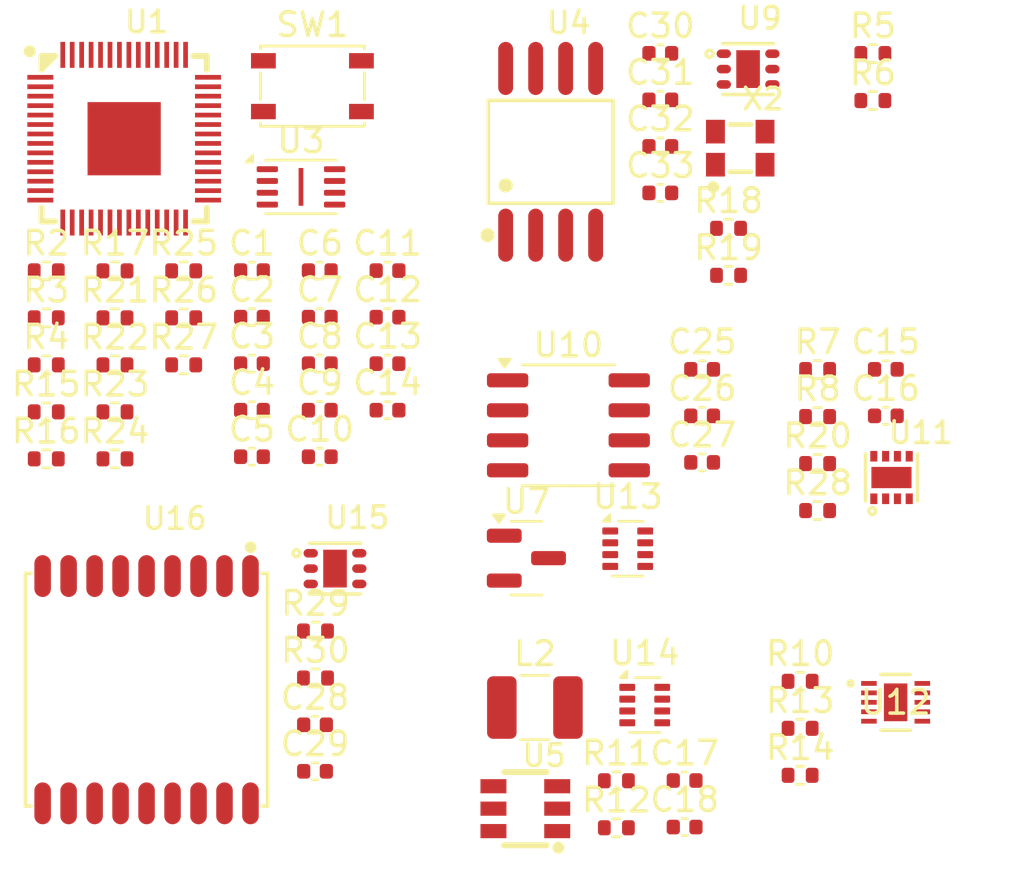
<source format=kicad_pcb>
(kicad_pcb (version 20241229) (generator "pcbnew") (generator_version "9.0")
  (layers (0 "F.Cu" signal "TopLayer") (2 "B.Cu" signal "BottomLayer") (13 "F.Paste" user "TopPasteMaskLayer") (15 "B.Paste" user "BottomPasteMaskLayer") (5 "F.SilkS" user "TopSilkLayer") (7 "B.SilkS" user "BottomSilkLayer") (1 "F.Mask" user "TopSolderMaskLayer") (3 "B.Mask" user "BottomSolderMaskLayer") (25 "Edge.Cuts" user "BoardOutLine"))
  (net 0 "")
  (net 1 "+V_BOOST")
  (net 2 "Net-(U5-EN)")
  (net 3 "Net-(U5-SW)")
  (net 4 "Net-(U12-ILIM{slash}VSET)")
  (net 5 "Net-(U5-FB)")
  (net 6 "Net-(U12-ISET)")
  (net 7 "Net-(C1-Pad2)")
  (net 8 "GND")
  (net 9 "Net-(U1-XIN)")
  (net 10 "Net-(U1-XOUT)")
  (net 11 "Net-(U6-CC2)")
  (net 12 "Net-(R6-Pad2)")
  (net 13 "Net-(U6-CC1)")
  (net 14 "+3.3V")
  (net 15 "+1V1")
  (net 16 "+V_SYS")
  (net 17 "Net-(U11-FB)")
  (net 20 "Net-(U10-VCAP)")
  (net 21 "Net-(D2-A)")
  (net 22 "USB_VBUS")
  (net 23 "Net-(U9-ILIM)")
  (net 25 "+3.3V_GNSS")
  (net 26 "/wspr transmitter/3V3_WSPR_EN#")
  (net 28 "Net-(R23-Pad1)")
  (net 29 "+3.3V_WSPR")
  (net 30 "Net-(U11-LX)")
  (net 32 "Net-(U12-TS{slash}MR)")
  (net 33 "V_BAT")
  (net 34 "Net-(U10-VDD)")
  (net 35 "Net-(U7-VI)")
  (net 37 "/jetboard_gnss/GNSS_3V3_EN#")
  (net 38 "Net-(U15-ILIM)")
  (net 39 "Net-(U4-XA)")
  (net 40 "/wspr transmitter/SDA")
  (net 42 "/wspr transmitter/SCL")
  (net 48 "/jetboard_gnss/GNSS_ANT")
  (net 49 "/jetboard_gnss/GNSS_VBAT")
  (net 51 "/jetboard_gnss/GNSS_RESET#")
  (net 56 "/jetboard_gnss/GNSS_UART_RX")
  (net 59 "/rp2040/PI_USB_DP")
  (net 60 "/rp2040/USB_DP")
  (net 61 "/rp2040/USB_DM")
  (net 62 "/rp2040/PI_USB_DM")
  (net 63 "/battery/CHARGE_EN#")
  (net 64 "/rp2040/GPIO_25")
  (net 65 "/rp2040/GPIO_29")
  (net 66 "/3V3 Buck/3V3_DCDC_EN")
  (net 67 "/rp2040/STM8_SDA")
  (net 68 "/rp2040/STM8_SCL")
  (net 69 "/rp2040/QSPI_SS")
  (net 70 "/rp2040/GPIO_26")
  (net 71 "/rp2040/SI5351_SDA")
  (net 72 "/rp2040/SI5351_SCL")
  (net 73 "/3V3 Buck/PI_RUN")
  (net 74 "/rp2040/GPIO_11")
  (net 75 "/rp2040/GPIO_20")
  (net 76 "/rp2040/GNSS_UART_TX")
  (net 77 "/rp2040/GPIO_1")
  (net 78 "/rp2040/GPIO_0")
  (net 79 "/rp2040/3V3_WSPR_EN#")
  (net 80 "/rp2040/GPIO_21")
  (net 81 "/rp2040/GPIO_17")
  (net 82 "/rp2040/3V3_GNSS_EN#")
  (net 83 "/rp2040/GPIO_10")
  (net 84 "/rp2040/GPIO_18")
  (net 85 "/rp2040/QSPI_CLK")
  (net 86 "/rp2040/GPIO_16")
  (net 87 "/rp2040/GPIO_27")
  (net 88 "/rp2040/GPIO_7")
  (net 89 "/rp2040/GPIO_12")
  (net 90 "/rp2040/GPIO_23")
  (net 91 "/rp2040/QSPI_SD1")
  (net 92 "/rp2040/GNSS_UART_RX")
  (net 93 "/rp2040/GPIO_3")
  (net 94 "/rp2040/GPIO_6")
  (net 95 "/rp2040/QSPI_SD3")
  (net 96 "/rp2040/GPIO_19")
  (net 97 "/rp2040/GPIO_22")
  (net 98 "/rp2040/STM8_SWIM")
  (net 99 "/rp2040/QSPI_SD0")
  (net 100 "/rp2040/GPIO_24")
  (net 101 "/rp2040/QSPI_SD2")
  (net 102 "/rp2040/PI_RUN")
  (net 103 "/alarm clock/STM8_SDA")
  (net 104 "/alarm clock/STM8_SCL")
  (net 105 "/alarm clock/STM8_SWIM")
  (net 106 "/alarm clock/3V3_DCDC_EN#")
  (net 107 "/jetboard_gnss/GNSS_1PPS")
  (net 108 "/jetboard_gnss/GNSS_UART_TX")
  (footprint "Capacitor_SMD:C_0402_1005Metric" (layer "F.Cu") (at 166.35555 103.8306)
    (property "Reference" "C14" (at 0 -1.16 0) (layer "F.SilkS"))
    (property "Value" "1uF")
    (pad "1" smd roundrect (at -0.48 0) (size 0.56 0.62) (layers "F.Cu" "F.Mask" "F.Paste") (net 8 "GND"))
    (pad "2" smd roundrect (at 0.48 0) (size 0.56 0.62) (layers "F.Cu" "F.Mask" "F.Paste") (net 8 "GND"))
  )
  (footprint "Resistor_SMD:R_0402_1005Metric" (layer "F.Cu") (at 186.90555 90.7206)
    (property "Reference" "R6" (at 0 -1.17 0) (layer "F.SilkS"))
    (property "Value" "5.1k")
    (pad "1" smd roundrect (at -0.51 0) (size 0.54 0.64) (layers "F.Cu" "F.Mask" "F.Paste") (net 13 "Net-(U6-CC1)"))
    (pad "2" smd roundrect (at 0.51 0) (size 0.54 0.64) (layers "F.Cu" "F.Mask" "F.Paste") (net 12 "Net-(R6-Pad2)"))
  )
  (footprint "Resistor_SMD:R_0402_1005Metric" (layer "F.Cu") (at 163.30555 115.1706)
    (property "Reference" "R30" (at 0 -1.17 0) (layer "F.SilkS"))
    (property "Value" "NS")
    (pad "1" smd roundrect (at -0.51 0) (size 0.54 0.64) (layers "F.Cu" "F.Mask" "F.Paste") (net 38 "Net-(U15-ILIM)"))
    (pad "2" smd roundrect (at 0.51 0) (size 0.54 0.64) (layers "F.Cu" "F.Mask" "F.Paste") (net 14 "+3.3V"))
  )
  (footprint "Resistor_SMD:R_0402_1005Metric" (layer "F.Cu") (at 151.90555 105.8906)
    (property "Reference" "R16" (at 0 -1.17 0) (layer "F.SilkS"))
    (property "Value" "100k")
    (pad "1" smd roundrect (at -0.51 0) (size 0.54 0.64) (layers "F.Cu" "F.Mask" "F.Paste") (net 8 "GND"))
    (pad "2" smd roundrect (at 0.51 0) (size 0.54 0.64) (layers "F.Cu" "F.Mask" "F.Paste") (net 65 "/rp2040/GPIO_29"))
  )
  (footprint "Capacitor_SMD:C_0402_1005Metric" (layer "F.Cu") (at 160.61555 103.8306)
    (property "Reference" "C4" (at 0 -1.16 0) (layer "F.SilkS"))
    (property "Value" "100nF")
    (pad "1" smd roundrect (at -0.48 0) (size 0.56 0.62) (layers "F.Cu" "F.Mask" "F.Paste") (net 14 "+3.3V"))
    (pad "2" smd roundrect (at 0.48 0) (size 0.56 0.62) (layers "F.Cu" "F.Mask" "F.Paste") (net 8 "GND"))
  )
  (footprint "Resistor_SMD:R_0402_1005Metric" (layer "F.Cu") (at 157.72555 101.9106)
    (property "Reference" "R27" (at 0 -1.17 0) (layer "F.SilkS"))
    (property "Value" "100k")
    (pad "1" smd roundrect (at -0.51 0) (size 0.54 0.64) (layers "F.Cu" "F.Mask" "F.Paste") (net 8 "GND"))
    (pad "2" smd roundrect (at 0.51 0) (size 0.54 0.64) (layers "F.Cu" "F.Mask" "F.Paste") (net 70 "/rp2040/GPIO_26"))
  )
  (footprint "Capacitor_SMD:C_0402_1005Metric" (layer "F.Cu") (at 163.28555 117.1506)
    (property "Reference" "C28" (at 0 -1.16 0) (layer "F.SilkS"))
    (property "Value" "1uF")
    (pad "1" smd roundrect (at -0.48 0) (size 0.56 0.62) (layers "F.Cu" "F.Mask" "F.Paste") (net 25 "+3.3V_GNSS"))
    (pad "2" smd roundrect (at 0.48 0) (size 0.56 0.62) (layers "F.Cu" "F.Mask" "F.Paste") (net 8 "GND"))
  )
  (footprint "Capacitor_SMD:C_0402_1005Metric" (layer "F.Cu") (at 160.61555 101.8606)
    (property "Reference" "C3" (at 0 -1.16 0) (layer "F.SilkS"))
    (property "Value" "100nF")
    (pad "1" smd roundrect (at -0.48 0) (size 0.56 0.62) (layers "F.Cu" "F.Mask" "F.Paste") (net 14 "+3.3V"))
    (pad "2" smd roundrect (at 0.48 0) (size 0.56 0.62) (layers "F.Cu" "F.Mask" "F.Paste") (net 8 "GND"))
  )
  (footprint "Resistor_SMD:R_0402_1005Metric" (layer "F.Cu") (at 154.81555 99.9206)
    (property "Reference" "R21" (at 0 -1.17 0) (layer "F.SilkS"))
    (property "Value" "5.1k")
    (pad "1" smd roundrect (at -0.51 0) (size 0.54 0.64) (layers "F.Cu" "F.Mask" "F.Paste") (net 67 "/rp2040/STM8_SDA"))
    (pad "2" smd roundrect (at 0.51 0) (size 0.54 0.64) (layers "F.Cu" "F.Mask" "F.Paste") (net 14 "+3.3V"))
  )
  (footprint "Capacitor_SMD:C_0402_1005Metric" (layer "F.Cu") (at 166.35555 97.9206)
    (property "Reference" "C11" (at 0 -1.16 0) (layer "F.SilkS"))
    (property "Value" "100nF")
    (pad "1" smd roundrect (at -0.48 0) (size 0.56 0.62) (layers "F.Cu" "F.Mask" "F.Paste") (net 15 "+1V1"))
    (pad "2" smd roundrect (at 0.48 0) (size 0.56 0.62) (layers "F.Cu" "F.Mask" "F.Paste") (net 8 "GND"))
  )
  (footprint "JetBoard:OSC-SMD_4P-L2.5-W2.0-BL_X1G0042110003" (layer "F.Cu") (at 181.29045 92.7356)
    (property "Reference" "X2" (at -0.007 -2.6149 0) (layer "F.SilkS") (effects (font (size 0.9144 0.9144) (thickness 0.1524)) (justify left top)))
    (property "Value" "X1G0042110003_C3013793" (hide yes))
    (pad "1" smd rect (at -1.0499 0.7) (size 0.8 1) (layers "F.Cu" "F.Mask" "F.Paste"))
    (pad "2" smd rect (at 1.0499 0.7) (size 0.8 1) (layers "F.Cu" "F.Mask" "F.Paste") (net 8 "GND"))
    (pad "3" smd rect (at 1.0499 -0.7) (size 0.8 1) (layers "F.Cu" "F.Mask" "F.Paste") (net 39 "Net-(U4-XA)"))
    (pad "4" smd rect (at -1.0499 -0.7) (size 0.8 1) (layers "F.Cu" "F.Mask" "F.Paste") (net 29 "+3.3V_WSPR"))
  )
  (footprint "Capacitor_SMD:C_0402_1005Metric" (layer "F.Cu") (at 177.90555 94.6306)
    (property "Reference" "C33" (at 0 -1.16 0) (layer "F.SilkS"))
    (property "Value" "1uF")
    (pad "1" smd roundrect (at -0.48 0) (size 0.56 0.62) (layers "F.Cu" "F.Mask" "F.Paste") (net 29 "+3.3V_WSPR"))
    (pad "2" smd roundrect (at 0.48 0) (size 0.56 0.62) (layers "F.Cu" "F.Mask" "F.Paste") (net 8 "GND"))
  )
  (footprint "Resistor_SMD:R_0402_1005Metric" (layer "F.Cu") (at 176.04555 121.5106)
    (property "Reference" "R12" (at 0 -1.17 0) (layer "F.SilkS"))
    (property "Value" "78k")
    (pad "1" smd roundrect (at -0.51 0) (size 0.54 0.64) (layers "F.Cu" "F.Mask" "F.Paste") (net 5 "Net-(U5-FB)"))
    (pad "2" smd roundrect (at 0.51 0) (size 0.54 0.64) (layers "F.Cu" "F.Mask" "F.Paste") (net 1 "+V_BOOST"))
  )
  (footprint "Resistor_SMD:R_0402_1005Metric" (layer "F.Cu") (at 154.81555 101.9106)
    (property "Reference" "R22" (at 0 -1.17 0) (layer "F.SilkS"))
    (property "Value" "5.1k")
    (pad "1" smd roundrect (at -0.51 0) (size 0.54 0.64) (layers "F.Cu" "F.Mask" "F.Paste") (net 68 "/rp2040/STM8_SCL"))
    (pad "2" smd roundrect (at 0.51 0) (size 0.54 0.64) (layers "F.Cu" "F.Mask" "F.Paste") (net 14 "+3.3V"))
  )
  (footprint "Capacitor_SMD:C_0402_1005Metric" (layer "F.Cu") (at 179.67555 104.0706)
    (property "Reference" "C26" (at 0 -1.16 0) (layer "F.SilkS"))
    (property "Value" "100nF")
    (pad "1" smd roundrect (at -0.48 0) (size 0.56 0.62) (layers "F.Cu" "F.Mask" "F.Paste") (net 20 "Net-(U10-VCAP)"))
    (pad "2" smd roundrect (at 0.48 0) (size 0.56 0.62) (layers "F.Cu" "F.Mask" "F.Paste") (net 8 "GND"))
  )
  (footprint "Resistor_SMD:R_0402_1005Metric" (layer "F.Cu") (at 157.72555 99.9206)
    (property "Reference" "R26" (at 0 -1.17 0) (layer "F.SilkS"))
    (property "Value" "5.1k")
    (pad "1" smd roundrect (at -0.51 0) (size 0.54 0.64) (layers "F.Cu" "F.Mask" "F.Paste") (net 72 "/rp2040/SI5351_SCL"))
    (pad "2" smd roundrect (at 0.51 0) (size 0.54 0.64) (layers "F.Cu" "F.Mask" "F.Paste") (net 14 "+3.3V"))
  )
  (footprint "JetBoard:SOT-23-6_L2.9-W1.6-P0.95-LS2.8-BR" (layer "F.Cu") (at 172.19055 120.7025)
    (property "Reference" "U5" (at -0.2162 -2.7816 0) (layer "F.SilkS") (effects (font (size 0.9144 0.9144) (thickness 0.1524)) (justify left top)))
    (property "Value" "TLV61070ADBVR" (hide yes))
    (pad "1" smd rect (at 1.35 0.95) (size 1.1 0.6) (layers "F.Cu" "F.Mask" "F.Paste") (net 3 "Net-(U5-SW)"))
    (pad "2" smd rect (at 1.35 0) (size 1.1 0.6) (layers "F.Cu" "F.Mask" "F.Paste") (net 8 "GND"))
    (pad "3" smd rect (at 1.35 -0.95) (size 1.1 0.6) (layers "F.Cu" "F.Mask" "F.Paste") (net 2 "Net-(U5-EN)"))
    (pad "4" smd rect (at -1.35 -0.95) (size 1.1 0.6) (layers "F.Cu" "F.Mask" "F.Paste") (net 5 "Net-(U5-FB)"))
    (pad "5" smd rect (at -1.35 0) (size 1.1 0.6) (layers "F.Cu" "F.Mask" "F.Paste") (net 1 "+V_BOOST"))
    (pad "6" smd rect (at -1.35 0.95) (size 1.1 0.6) (layers "F.Cu" "F.Mask" "F.Paste") (net 2 "Net-(U5-EN)"))
  )
  (footprint "Package_TO_SOT_SMD:SOT-583-8" (layer "F.Cu") (at 176.52555 109.6956)
    (property "Reference" "U13" (at 0 -2.2 0) (layer "F.SilkS"))
    (property "Value" "TPS2116DRL")
    (pad "1" smd roundrect (at -0.74 -0.75) (size 0.67 0.3) (layers "F.Cu" "F.Mask" "F.Paste") (roundrect_rratio 0.1666666667) (net 8 "GND"))
    (pad "2" smd roundrect (at -0.74 -0.25) (size 0.67 0.3) (layers "F.Cu" "F.Mask" "F.Paste") (roundrect_rratio 0.1666666667) (net 35 "Net-(U7-VI)"))
    (pad "3" smd roundrect (at -0.74 0.25) (size 0.67 0.3) (layers "F.Cu" "F.Mask" "F.Paste") (roundrect_rratio 0.1666666667) (net 22 "USB_VBUS"))
    (pad "4" smd roundrect (at -0.74 0.75) (size 0.67 0.3) (layers "F.Cu" "F.Mask" "F.Paste") (roundrect_rratio 0.1666666667) (net 8 "GND"))
    (pad "5" smd roundrect (at 0.74 0.75) (size 0.67 0.3) (layers "F.Cu" "F.Mask" "F.Paste") (roundrect_rratio 0.1666666667) (net 8 "GND"))
    (pad "6" smd roundrect (at 0.74 0.25) (size 0.67 0.3) (layers "F.Cu" "F.Mask" "F.Paste") (roundrect_rratio 0.1666666667) (net 33 "V_BAT"))
    (pad "7" smd roundrect (at 0.74 -0.25) (size 0.67 0.3) (layers "F.Cu" "F.Mask" "F.Paste") (roundrect_rratio 0.1666666667) (net 35 "Net-(U7-VI)"))
    (pad "8" smd roundrect (at 0.74 -0.75) (size 0.67 0.3) (layers "F.Cu" "F.Mask" "F.Paste") (roundrect_rratio 0.1666666667))
  )
  (footprint "JetBoard:LQFN-56_L7.0-W7.0-P0.4-EP" (layer "F.Cu") (at 155.20455 92.3356)
    (property "Reference" "U1" (at -0.064 -5.4845 0) (layer "F.SilkS") (effects (font (size 0.9144 0.9144) (thickness 0.1524)) (justify left top)))
    (property "Value" "RP2040" (hide yes))
    (pad "1" smd rect (at -3.5502 -2.6001) (size 1.1 0.2) (layers "F.Cu" "F.Mask" "F.Paste") (net 14 "+3.3V"))
    (pad "2" smd rect (at -3.5502 -2.2) (size 1.1 0.2) (layers "F.Cu" "F.Mask" "F.Paste") (net 78 "/rp2040/GPIO_0"))
    (pad "3" smd rect (at -3.5502 -1.8) (size 1.1 0.2) (layers "F.Cu" "F.Mask" "F.Paste") (net 77 "/rp2040/GPIO_1"))
    (pad "4" smd rect (at -3.5502 -1.3999) (size 1.1 0.2) (layers "F.Cu" "F.Mask" "F.Paste") (net 82 "/rp2040/3V3_GNSS_EN#"))
    (pad "5" smd rect (at -3.5502 -1.0001) (size 1.1 0.2) (layers "F.Cu" "F.Mask" "F.Paste") (net 93 "/rp2040/GPIO_3"))
    (pad "6" smd rect (at -3.5502 -0.6001) (size 1.1 0.2) (layers "F.Cu" "F.Mask" "F.Paste") (net 71 "/rp2040/SI5351_SDA"))
    (pad "7" smd rect (at -3.5502 -0.2) (size 1.1 0.2) (layers "F.Cu" "F.Mask" "F.Paste") (net 72 "/rp2040/SI5351_SCL"))
    (pad "8" smd rect (at -3.5502 0.2) (size 1.1 0.2) (layers "F.Cu" "F.Mask" "F.Paste") (net 94 "/rp2040/GPIO_6"))
    (pad "9" smd rect (at -3.5502 0.6001) (size 1.1 0.2) (layers "F.Cu" "F.Mask" "F.Paste") (net 88 "/rp2040/GPIO_7"))
    (pad "10" smd rect (at -3.5502 0.9999) (size 1.1 0.2) (layers "F.Cu" "F.Mask" "F.Paste") (net 14 "+3.3V"))
    (pad "11" smd rect (at -3.5502 1.3999) (size 1.1 0.2) (layers "F.Cu" "F.Mask" "F.Paste") (net 92 "/rp2040/GNSS_UART_RX"))
    (pad "12" smd rect (at -3.5502 1.8) (size 1.1 0.2) (layers "F.Cu" "F.Mask" "F.Paste") (net 76 "/rp2040/GNSS_UART_TX"))
    (pad "13" smd rect (at -3.5502 2.2) (size 1.1 0.2) (layers "F.Cu" "F.Mask" "F.Paste") (net 83 "/rp2040/GPIO_10"))
    (pad "14" smd rect (at -3.5502 2.6001) (size 1.1 0.2) (layers "F.Cu" "F.Mask" "F.Paste") (net 74 "/rp2040/GPIO_11"))
    (pad "15" smd rect (at -2.5999 3.55 90) (size 1.1 0.2) (layers "F.Cu" "F.Mask" "F.Paste") (net 89 "/rp2040/GPIO_12"))
    (pad "16" smd rect (at -2.2001 3.55 90) (size 1.1 0.2) (layers "F.Cu" "F.Mask" "F.Paste") (net 98 "/rp2040/STM8_SWIM"))
    (pad "17" smd rect (at -1.8001 3.55 90) (size 1.1 0.2) (layers "F.Cu" "F.Mask" "F.Paste") (net 67 "/rp2040/STM8_SDA"))
    (pad "18" smd rect (at -1.4 3.55 90) (size 1.1 0.2) (layers "F.Cu" "F.Mask" "F.Paste") (net 68 "/rp2040/STM8_SCL"))
    (pad "19" smd rect (at -1 3.55 90) (size 1.1 0.2) (layers "F.Cu" "F.Mask" "F.Paste") (net 8 "GND"))
    (pad "20" smd rect (at -0.5999 3.55 90) (size 1.1 0.2) (layers "F.Cu" "F.Mask" "F.Paste") (net 9 "Net-(U1-XIN)"))
    (pad "21" smd rect (at -0.2002 3.55 90) (size 1.1 0.2) (layers "F.Cu" "F.Mask" "F.Paste") (net 10 "Net-(U1-XOUT)"))
    (pad "22" smd rect (at 0.1999 3.55 90) (size 1.1 0.2) (layers "F.Cu" "F.Mask" "F.Paste") (net 14 "+3.3V"))
    (pad "23" smd rect (at 0.5999 3.55 90) (size 1.1 0.2) (layers "F.Cu" "F.Mask" "F.Paste") (net 15 "+1V1"))
    (pad "24" smd rect (at 1 3.55 90) (size 1.1 0.2) (layers "F.Cu" "F.Mask" "F.Paste"))
    (pad "25" smd rect (at 1.4 3.55 90) (size 1.1 0.2) (layers "F.Cu" "F.Mask" "F.Paste"))
    (pad "26" smd rect (at 1.7998 3.55 90) (size 1.1 0.2) (layers "F.Cu" "F.Mask" "F.Paste") (net 102 "/rp2040/PI_RUN"))
    (pad "27" smd rect (at 2.1999 3.55 90) (size 1.1 0.2) (layers "F.Cu" "F.Mask" "F.Paste") (net 86 "/rp2040/GPIO_16"))
    (pad "28" smd rect (at 2.5999 3.55 90) (size 1.1 0.2) (layers "F.Cu" "F.Mask" "F.Paste") (net 81 "/rp2040/GPIO_17"))
    (pad "29" smd rect (at 3.5502 2.6001 180) (size 1.1 0.2) (layers "F.Cu" "F.Mask" "F.Paste") (net 84 "/rp2040/GPIO_18"))
    (pad "30" smd rect (at 3.5502 2.2 180) (size 1.1 0.2) (layers "F.Cu" "F.Mask" "F.Paste") (net 96 "/rp2040/GPIO_19"))
    (pad "31" smd rect (at 3.5502 1.8 180) (size 1.1 0.2) (layers "F.Cu" "F.Mask" "F.Paste") (net 75 "/rp2040/GPIO_20"))
    (pad "32" smd rect (at 3.5502 1.3999 180) (size 1.1 0.2) (layers "F.Cu" "F.Mask" "F.Paste") (net 80 "/rp2040/GPIO_21"))
    (pad "33" smd rect (at 3.5502 0.9999 180) (size 1.1 0.2) (layers "F.Cu" "F.Mask" "F.Paste") (net 14 "+3.3V"))
    (pad "34" smd rect (at 3.5502 0.6001 180) (size 1.1 0.2) (layers "F.Cu" "F.Mask" "F.Paste") (net 97 "/rp2040/GPIO_22"))
    (pad "35" smd rect (at 3.5502 0.2 180) (size 1.1 0.2) (layers "F.Cu" "F.Mask" "F.Paste") (net 90 "/rp2040/GPIO_23"))
    (pad "36" smd rect (at 3.5502 -0.2 180) (size 1.1 0.2) (layers "F.Cu" "F.Mask" "F.Paste") (net 100 "/rp2040/GPIO_24"))
    (pad "37" smd rect (at 3.5502 -0.6001 180) (size 1.1 0.2) (layers "F.Cu" "F.Mask" "F.Paste") (net 64 "/rp2040/GPIO_25"))
    (pad "38" smd rect (at 3.5502 -1.0001 180) (size 1.1 0.2) (layers "F.Cu" "F.Mask" "F.Paste") (net 70 "/rp2040/GPIO_26"))
    (pad "39" smd rect (at 3.5502 -1.3999 180) (size 1.1 0.2) (layers "F.Cu" "F.Mask" "F.Paste") (net 87 "/rp2040/GPIO_27"))
    (pad "40" smd rect (at 3.5502 -1.8 180) (size 1.1 0.2) (layers "F.Cu" "F.Mask" "F.Paste") (net 79 "/rp2040/3V3_WSPR_EN#"))
    (pad "41" smd rect (at 3.5502 -2.2 180) (size 1.1 0.2) (layers "F.Cu" "F.Mask" "F.Paste") (net 65 "/rp2040/GPIO_29"))
    (pad "42" smd rect (at 3.5502 -2.6001 180) (size 1.1 0.2) (layers "F.Cu" "F.Mask" "F.Paste") (net 14 "+3.3V"))
    (pad "43" smd rect (at 2.5999 -3.55 270) (size 1.1 0.2) (layers "F.Cu" "F.Mask" "F.Paste") (net 14 "+3.3V"))
    (pad "44" smd rect (at 2.1999 -3.55 270) (size 1.1 0.2) (layers "F.Cu" "F.Mask" "F.Paste") (net 14 "+3.3V"))
    (pad "45" smd rect (at 1.7998 -3.55 270) (size 1.1 0.2) (layers "F.Cu" "F.Mask" "F.Paste") (net 15 "+1V1"))
    (pad "46" smd rect (at 1.4 -3.55 270) (size 1.1 0.2) (layers "F.Cu" "F.Mask" "F.Paste") (net 62 "/rp2040/PI_USB_DM"))
    (pad "47" smd rect (at 1 -3.55 270) (size 1.1 0.2) (layers "F.Cu" "F.Mask" "F.Paste") (net 59 "/rp2040/PI_USB_DP"))
    (pad "48" smd rect (at 0.5999 -3.55 270) (size 1.1 0.2) (layers "F.Cu" "F.Mask" "F.Paste") (net 14 "+3.3V"))
    (pad "49" smd rect (at 0.1999 -3.55 270) (size 1.1 0.2) (layers "F.Cu" "F.Mask" "F.Paste") (net 14 "+3.3V"))
    (pad "50" smd rect (at -0.2002 -3.55 270) (size 1.1 0.2) (layers "F.Cu" "F.Mask" "F.Paste") (net 15 "+1V1"))
    (pad "51" smd rect (at -0.5999 -3.55 270) (size 1.1 0.2) (layers "F.Cu" "F.Mask" "F.Paste") (net 95 "/rp2040/QSPI_SD3"))
    (pad "52" smd rect (at -1 -3.55 270) (size 1.1 0.2) (layers "F.Cu" "F.Mask" "F.Paste") (net 85 "/rp2040/QSPI_CLK"))
    (pad "53" smd rect (at -1.4 -3.55 270) (size 1.1 0.2) (layers "F.Cu" "F.Mask" "F.Paste") (net 99 "/rp2040/QSPI_SD0"))
    (pad "54" smd rect (at -1.8001 -3.55 270) (size 1.1 0.2) (layers "F.Cu" "F.Mask" "F.Paste") (net 101 "/rp2040/QSPI_SD2"))
    (pad "55" smd rect (at -2.2001 -3.55 270) (size 1.1 0.2) (layers "F.Cu" "F.Mask" "F.Paste") (net 91 "/rp2040/QSPI_SD1"))
    (pad "56" smd rect (at -2.5999 -3.55 270) (size 1.1 0.2) (layers "F.Cu" "F.Mask" "F.Paste") (net 69 "/rp2040/QSPI_SS"))
    (pad "57" smd rect (at 0 -0.0001) (size 3.1 3.1) (layers "F.Cu" "F.Mask" "F.Paste") (net 8 "GND"))
  )
  (footprint "Capacitor_SMD:C_0402_1005Metric" (layer "F.Cu") (at 163.48555 97.9206)
    (property "Reference" "C6" (at 0 -1.16 0) (layer "F.SilkS"))
    (property "Value" "100nF")
    (pad "1" smd roundrect (at -0.48 0) (size 0.56 0.62) (layers "F.Cu" "F.Mask" "F.Paste") (net 14 "+3.3V"))
    (pad "2" smd roundrect (at 0.48 0) (size 0.56 0.62) (layers "F.Cu" "F.Mask" "F.Paste") (net 8 "GND"))
  )
  (footprint "Resistor_SMD:R_0402_1005Metric" (layer "F.Cu") (at 154.81555 105.8906)
    (property "Reference" "R24" (at 0 -1.17 0) (layer "F.SilkS"))
    (property "Value" "200k")
    (pad "1" smd roundrect (at -0.51 0) (size 0.54 0.64) (layers "F.Cu" "F.Mask" "F.Paste") (net 70 "/rp2040/GPIO_26"))
    (pad "2" smd roundrect (at 0.51 0) (size 0.54 0.64) (layers "F.Cu" "F.Mask" "F.Paste") (net 33 "V_BAT"))
  )
  (footprint "Resistor_SMD:R_0402_1005Metric" (layer "F.Cu") (at 184.56555 104.1006)
    (property "Reference" "R8" (at 0 -1.17 0) (layer "F.SilkS"))
    (property "Value" "39.2k")
    (pad "1" smd roundrect (at -0.51 0) (size 0.54 0.64) (layers "F.Cu" "F.Mask" "F.Paste") (net 8 "GND"))
    (pad "2" smd roundrect (at 0.51 0) (size 0.54 0.64) (layers "F.Cu" "F.Mask" "F.Paste") (net 17 "Net-(U11-FB)"))
  )
  (footprint "Resistor_SMD:R_0402_1005Metric" (layer "F.Cu") (at 157.72555 97.9306)
    (property "Reference" "R25" (at 0 -1.17 0) (layer "F.SilkS"))
    (property "Value" "5.1k")
    (pad "1" smd roundrect (at -0.51 0) (size 0.54 0.64) (layers "F.Cu" "F.Mask" "F.Paste") (net 71 "/rp2040/SI5351_SDA"))
    (pad "2" smd roundrect (at 0.51 0) (size 0.54 0.64) (layers "F.Cu" "F.Mask" "F.Paste") (net 14 "+3.3V"))
  )
  (footprint "Resistor_SMD:R_0402_1005Metric" (layer "F.Cu") (at 184.56555 108.0806)
    (property "Reference" "R28" (at 0 -1.17 0) (layer "F.SilkS"))
    (property "Value" "39.2k")
    (pad "1" smd roundrect (at -0.51 0) (size 0.54 0.64) (layers "F.Cu" "F.Mask" "F.Paste") (net 73 "/3V3 Buck/PI_RUN"))
    (pad "2" smd roundrect (at 0.51 0) (size 0.54 0.64) (layers "F.Cu" "F.Mask" "F.Paste") (net 14 "+3.3V"))
  )
  (footprint "Capacitor_SMD:C_0402_1005Metric" (layer "F.Cu") (at 163.48555 105.8006)
    (property "Reference" "C10" (at 0 -1.16 0) (layer "F.SilkS"))
    (property "Value" "100nF")
    (pad "1" smd roundrect (at -0.48 0) (size 0.56 0.62) (layers "F.Cu" "F.Mask" "F.Paste") (net 14 "+3.3V"))
    (pad "2" smd roundrect (at 0.48 0) (size 0.56 0.62) (layers "F.Cu" "F.Mask" "F.Paste") (net 8 "GND"))
  )
  (footprint "Capacitor_SMD:C_0402_1005Metric" (layer "F.Cu") (at 178.93555 119.5106)
    (property "Reference" "C17" (at 0 -1.16 0) (layer "F.SilkS"))
    (property "Value" "22uF")
    (pad "1" smd roundrect (at -0.48 0) (size 0.56 0.62) (layers "F.Cu" "F.Mask" "F.Paste") (net 1 "+V_BOOST"))
    (pad "2" smd roundrect (at 0.48 0) (size 0.56 0.62) (layers "F.Cu" "F.Mask" "F.Paste") (net 8 "GND"))
  )
  (footprint "Capacitor_SMD:C_0402_1005Metric" (layer "F.Cu") (at 177.90555 92.6606)
    (property "Reference" "C32" (at 0 -1.16 0) (layer "F.SilkS"))
    (property "Value" "1uF")
    (pad "1" smd roundrect (at -0.48 0) (size 0.56 0.62) (layers "F.Cu" "F.Mask" "F.Paste") (net 29 "+3.3V_WSPR"))
    (pad "2" smd roundrect (at 0.48 0) (size 0.56 0.62) (layers "F.Cu" "F.Mask" "F.Paste") (net 8 "GND"))
  )
  (footprint "Resistor_SMD:R_0402_1005Metric" (layer "F.Cu") (at 180.79555 98.1206)
    (property "Reference" "R19" (at 0 -1.17 0) (layer "F.SilkS"))
    (property "Value" "NS")
    (pad "1" smd roundrect (at -0.51 0) (size 0.54 0.64) (layers "F.Cu" "F.Mask" "F.Paste") (net 23 "Net-(U9-ILIM)"))
    (pad "2" smd roundrect (at 0.51 0) (size 0.54 0.64) (layers "F.Cu" "F.Mask" "F.Paste") (net 8 "GND"))
  )
  (footprint "Resistor_SMD:R_0402_1005Metric" (layer "F.Cu") (at 154.81555 97.9306)
    (property "Reference" "R17" (at 0 -1.17 0) (layer "F.SilkS"))
    (property "Value" "200k")
    (pad "1" smd roundrect (at -0.51 0) (size 0.54 0.64) (layers "F.Cu" "F.Mask" "F.Paste") (net 65 "/rp2040/GPIO_29"))
    (pad "2" smd roundrect (at 0.51 0) (size 0.54 0.64) (layers "F.Cu" "F.Mask" "F.Paste") (net 22 "USB_VBUS"))
  )
  (footprint "JetBoard:WDFN-8_L2.0-W2.0-P0.50-BL-EP" (layer "F.Cu") (at 187.69555 106.6806)
    (property "Reference" "U11" (at -0.2051 -2.4373 0) (layer "F.SilkS") (effects (font (size 0.9144 0.9144) (thickness 0.1524)) (justify left top)))
    (property "Value" "RT5715GQW" (hide yes))
    (pad "1" smd rect (at -0.7499 0.9 90) (size 0.45 0.3) (layers "F.Cu" "F.Mask" "F.Paste") (net 66 "/3V3 Buck/3V3_DCDC_EN"))
    (pad "2" smd rect (at -0.2501 0.9 90) (size 0.45 0.3) (layers "F.Cu" "F.Mask" "F.Paste") (net 8 "GND"))
    (pad "3" smd rect (at 0.2501 0.9 90) (size 0.45 0.3) (layers "F.Cu" "F.Mask" "F.Paste") (net 8 "GND"))
    (pad "4" smd rect (at 0.7499 0.9 90) (size 0.45 0.3) (layers "F.Cu" "F.Mask" "F.Paste") (net 17 "Net-(U11-FB)"))
    (pad "5" smd rect (at 0.7499 -0.9 90) (size 0.45 0.3) (layers "F.Cu" "F.Mask" "F.Paste") (net 14 "+3.3V"))
    (pad "6" smd rect (at 0.2501 -0.9 90) (size 0.45 0.3) (layers "F.Cu" "F.Mask" "F.Paste") (net 73 "/3V3 Buck/PI_RUN"))
    (pad "7" smd rect (at -0.2501 -0.9 90) (size 0.45 0.3) (layers "F.Cu" "F.Mask" "F.Paste") (net 30 "Net-(U11-LX)"))
    (pad "8" smd rect (at -0.7499 -0.9 90) (size 0.45 0.3) (layers "F.Cu" "F.Mask" "F.Paste") (net 16 "+V_SYS"))
    (pad "9" smd rect (at -0.0019 0.0011 90) (size 0.9 1.7) (layers "F.Cu" "F.Mask" "F.Paste") (net 8 "GND"))
  )
  (footprint "Resistor_SMD:R_0402_1005Metric" (layer "F.Cu") (at 176.04555 119.5206)
    (property "Reference" "R11" (at 0 -1.17 0) (layer "F.SilkS"))
    (property "Value" "10k")
    (pad "1" smd roundrect (at -0.51 0) (size 0.54 0.64) (layers "F.Cu" "F.Mask" "F.Paste") (net 8 "GND"))
    (pad "2" smd roundrect (at 0.51 0) (size 0.54 0.64) (layers "F.Cu" "F.Mask" "F.Paste") (net 5 "Net-(U5-FB)"))
  )
  (footprint "JetBoard:WSON-6_L2.0-W2.0-P0.65-TL-EP" (layer "F.Cu") (at 164.13245 110.538)
    (property "Reference" "U15" (at -0.508 -2.6924 0) (layer "F.SilkS") (effects (font (size 0.9144 0.9144) (thickness 0.1524)) (justify left top)))
    (property "Value" "TPS2552DRVR" (hide yes))
    (pad "1" smd oval (at -1.0284 -0.65 270) (size 0.364 0.607) (layers "F.Cu" "F.Mask" "F.Paste") (net 25 "+3.3V_GNSS"))
    (pad "2" smd oval (at -1.0284 0 270) (size 0.364 0.607) (layers "F.Cu" "F.Mask" "F.Paste") (net 38 "Net-(U15-ILIM)"))
    (pad "3" smd oval (at -1.0284 0.65 270) (size 0.364 0.607) (layers "F.Cu" "F.Mask" "F.Paste"))
    (pad "4" smd oval (at 1.0284 0.65 270) (size 0.364 0.607) (layers "F.Cu" "F.Mask" "F.Paste") (net 37 "/jetboard_gnss/GNSS_3V3_EN#"))
    (pad "5" smd oval (at 1.0284 0 270) (size 0.364 0.607) (layers "F.Cu" "F.Mask" "F.Paste") (net 8 "GND"))
    (pad "6" smd oval (at 1.0284 -0.65 270) (size 0.364 0.607) (layers "F.Cu" "F.Mask" "F.Paste") (net 14 "+3.3V"))
    (pad "7" smd rect (at 0 0) (size 1 1.6) (layers "F.Cu" "F.Mask" "F.Paste") (net 8 "GND"))
  )
  (footprint "BQ25185:WSON10_DLH_TEX" (layer "F.Cu") (at 187.8697 116.1999)
    (property "Reference" "U12" (at 0 0 0) (layer "F.SilkS"))
    (property "Value" "BQ25185DLHR")
    (pad "1" smd rect (at -1.1303 -0.8001) (size 0.6604 0.2032) (layers "F.Cu" "F.Mask" "F.Paste") (net 16 "+V_SYS"))
    (pad "2" smd rect (at -1.1303 -0.40005) (size 0.6604 0.2032) (layers "F.Cu" "F.Mask" "F.Paste") (net 33 "V_BAT"))
    (pad "3" smd rect (at -1.1303 0) (size 0.6604 0.2032) (layers "F.Cu" "F.Mask" "F.Paste"))
    (pad "4" smd rect (at -1.1303 0.40005) (size 0.6604 0.2032) (layers "F.Cu" "F.Mask" "F.Paste") (net 63 "/battery/CHARGE_EN#"))
    (pad "5" smd rect (at -1.1303 0.8001) (size 0.6604 0.2032) (layers "F.Cu" "F.Mask" "F.Paste") (net 8 "GND"))
    (pad "6" smd rect (at 1.1303 0.8001) (size 0.6604 0.2032) (layers "F.Cu" "F.Mask" "F.Paste") (net 32 "Net-(U12-TS{slash}MR)"))
    (pad "7" smd rect (at 1.1303 0.40005) (size 0.6604 0.2032) (layers "F.Cu" "F.Mask" "F.Paste") (net 4 "Net-(U12-ILIM{slash}VSET)"))
    (pad "8" smd rect (at 1.1303 0) (size 0.6604 0.2032) (layers "F.Cu" "F.Mask" "F.Paste") (net 6 "Net-(U12-ISET)"))
    (pad "9" smd rect (at 1.1303 -0.40005) (size 0.6604 0.2032) (layers "F.Cu" "F.Mask" "F.Paste"))
    (pad "10" smd rect (at 1.1303 -0.8001) (size 0.6604 0.2032) (layers "F.Cu" "F.Mask" "F.Paste") (net 22 "USB_VBUS"))
    (pad "11" smd rect (at 0 0) (size 0.9906 1.6002) (layers "F.Cu" "F.Mask" "F.Paste") (net 8 "GND"))
  )
  (footprint "Package_SO:SO-8_3.9x4.9mm_P1.27mm" (layer "F.Cu") (at 174.01555 104.4706)
    (property "Reference" "U10" (at 0 -3.4 0) (layer "F.SilkS"))
    (property "Value" "STM8S001J3M")
    (pad "1" smd roundrect (at -2.575 -1.905) (size 1.75 0.6) (layers "F.Cu" "F.Mask" "F.Paste"))
    (pad "2" smd roundrect (at -2.575 -0.635) (size 1.75 0.6) (layers "F.Cu" "F.Mask" "F.Paste") (net 8 "GND"))
    (pad "3" smd roundrect (at -2.575 0.635) (size 1.75 0.6) (layers "F.Cu" "F.Mask" "F.Paste") (net 20 "Net-(U10-VCAP)"))
    (pad "4" smd roundrect (at -2.575 1.905) (size 1.75 0.6) (layers "F.Cu" "F.Mask" "F.Paste") (net 34 "Net-(U10-VDD)"))
    (pad "5" smd roundrect (at 2.575 1.905) (size 1.75 0.6) (layers "F.Cu" "F.Mask" "F.Paste") (net 104 "/alarm clock/STM8_SCL"))
    (pad "6" smd roundrect (at 2.575 0.635) (size 1.75 0.6) (layers "F.Cu" "F.Mask" "F.Paste") (net 103 "/alarm clock/STM8_SDA"))
    (pad "7" smd roundrect (at 2.575 -0.635) (size 1.75 0.6) (layers "F.Cu" "F.Mask" "F.Paste") (net 106 "/alarm clock/3V3_DCDC_EN#"))
    (pad "8" smd roundrect (at 2.575 -1.905) (size 1.75 0.6) (layers "F.Cu" "F.Mask" "F.Paste") (net 105 "/alarm clock/STM8_SWIM"))
  )
  (footprint "Capacitor_SMD:C_0402_1005Metric" (layer "F.Cu") (at 160.61555 99.8906)
    (property "Reference" "C2" (at 0 -1.16 0) (layer "F.SilkS"))
    (property "Value" "15pF")
    (pad "1" smd roundrect (at -0.48 0) (size 0.56 0.62) (layers "F.Cu" "F.Mask" "F.Paste") (net 8 "GND"))
    (pad "2" smd roundrect (at 0.48 0) (size 0.56 0.62) (layers "F.Cu" "F.Mask" "F.Paste") (net 9 "Net-(U1-XIN)"))
  )
  (footprint "Inductor_SMD:L_1210_3225Metric" (layer "F.Cu") (at 172.59555 116.4206)
    (property "Reference" "L2" (at 0 -2.28 0) (layer "F.SilkS"))
    (property "Value" "2.2uH")
    (pad "1" smd roundrect (at -1.4 0) (size 1.25 2.65) (layers "F.Cu" "F.Mask" "F.Paste") (roundrect_rratio 0.2) (net 2 "Net-(U5-EN)"))
    (pad "2" smd roundrect (at 1.4 0) (size 1.25 2.65) (layers "F.Cu" "F.Mask" "F.Paste") (roundrect_rratio 0.2) (net 3 "Net-(U5-SW)"))
  )
  (footprint "Capacitor_SMD:C_0402_1005Metric" (layer "F.Cu") (at 160.61555 105.8006)
    (property "Reference" "C5" (at 0 -1.16 0) (layer "F.SilkS"))
    (property "Value" "100nF")
    (pad "1" smd roundrect (at -0.48 0) (size 0.56 0.62) (layers "F.Cu" "F.Mask" "F.Paste") (net 14 "+3.3V"))
    (pad "2" smd roundrect (at 0.48 0) (size 0.56 0.62) (layers "F.Cu" "F.Mask" "F.Paste") (net 8 "GND"))
  )
  (footprint "Capacitor_SMD:C_0402_1005Metric" (layer "F.Cu") (at 163.48555 103.8306)
    (property "Reference" "C9" (at 0 -1.16 0) (layer "F.SilkS"))
    (property "Value" "100nF")
    (pad "1" smd roundrect (at -0.48 0) (size 0.56 0.62) (layers "F.Cu" "F.Mask" "F.Paste") (net 14 "+3.3V"))
    (pad "2" smd roundrect (at 0.48 0) (size 0.56 0.62) (layers "F.Cu" "F.Mask" "F.Paste") (net 8 "GND"))
  )
  (footprint "Capacitor_SMD:C_0402_1005Metric" (layer "F.Cu") (at 179.67555 102.1006)
    (property "Reference" "C25" (at 0 -1.16 0) (layer "F.SilkS"))
    (property "Value" "100nF")
    (pad "1" smd roundrect (at -0.48 0) (size 0.56 0.62) (layers "F.Cu" "F.Mask" "F.Paste") (net 34 "Net-(U10-VDD)"))
    (pad "2" smd roundrect (at 0.48 0) (size 0.56 0.62) (layers "F.Cu" "F.Mask" "F.Paste") (net 8 "GND"))
  )
  (footprint "Button_Switch_SMD:SW_SPST_PTS810" (layer "F.Cu") (at 163.17555 90.1106)
    (property "Reference" "SW1" (at 0 -2.6 0) (layer "F.SilkS"))
    (property "Value" "SW_Push")
    (pad "1" smd rect (at -2.075 -1.075) (size 1.05 0.65) (layers "F.Cu" "F.Mask" "F.Paste") (net 8 "GND"))
    (pad "1" smd rect (at 2.075 -1.075) (size 1.05 0.65) (layers "F.Cu" "F.Mask" "F.Paste") (net 8 "GND"))
    (pad "2" smd rect (at -2.075 1.075) (size 1.05 0.65) (layers "F.Cu" "F.Mask" "F.Paste"))
    (pad "2" smd rect (at 2.075 1.075) (size 1.05 0.65) (layers "F.Cu" "F.Mask" "F.Paste"))
  )
  (footprint "Resistor_SMD:R_0402_1005Metric" (layer "F.Cu") (at 184.56555 102.1106)
    (property "Reference" "R7" (at 0 -1.17 0) (layer "F.SilkS"))
    (property "Value" "284.3k")
    (pad "1" smd roundrect (at -0.51 0) (size 0.54 0.64) (layers "F.Cu" "F.Mask" "F.Paste") (net 17 "Net-(U11-FB)"))
    (pad "2" smd roundrect (at 0.51 0) (size 0.54 0.64) (layers "F.Cu" "F.Mask" "F.Paste") (net 14 "+3.3V"))
  )
  (footprint "JetBoard:WSON-6_L2.0-W2.0-P0.65-TL-EP" (layer "F.Cu") (at 181.62245 89.388)
    (property "Reference" "U9" (at -0.508 -2.6924 0) (layer "F.SilkS") (effects (font (size 0.9144 0.9144) (thickness 0.1524)) (justify left top)))
    (property "Value" "TPS2552DRVR" (hide yes))
    (pad "1" smd oval (at -1.0284 -0.65 270) (size 0.364 0.607) (layers "F.Cu" "F.Mask" "F.Paste") (net 29 "+3.3V_WSPR"))
    (pad "2" smd oval (at -1.0284 0 270) (size 0.364 0.607) (layers "F.Cu" "F.Mask" "F.Paste") (net 23 "Net-(U9-ILIM)"))
    (pad "3" smd oval (at -1.0284 0.65 270) (size 0.364 0.607) (layers "F.Cu" "F.Mask" "F.Paste"))
    (pad "4" smd oval (at 1.0284 0.65 270) (size 0.364 0.607) (layers "F.Cu" "F.Mask" "F.Paste") (net 26 "/wspr transmitter/3V3_WSPR_EN#"))
    (pad "5" smd oval (at 1.0284 0 270) (size 0.364 0.607) (layers "F.Cu" "F.Mask" "F.Paste") (net 8 "GND"))
    (pad "6" smd oval (at 1.0284 -0.65 270) (size 0.364 0.607) (layers "F.Cu" "F.Mask" "F.Paste") (net 14 "+3.3V"))
    (pad "7" smd rect (at 0 0) (size 1 1.6) (layers "F.Cu" "F.Mask" "F.Paste") (net 8 "GND"))
  )
  (footprint "Resistor_SMD:R_0402_1005Metric" (layer "F.Cu") (at 151.90555 103.9006)
    (property "Reference" "R15" (at 0 -1.17 0) (layer "F.SilkS"))
    (property "Value" "470")
    (pad "1" smd roundrect (at -0.51 0) (size 0.54 0.64) (layers "F.Cu" "F.Mask" "F.Paste") (net 64 "/rp2040/GPIO_25"))
    (pad "2" smd roundrect (at 0.51 0) (size 0.54 0.64) (layers "F.Cu" "F.Mask" "F.Paste") (net 21 "Net-(D2-A)"))
  )
  (footprint "Capacitor_SMD:C_0402_1005Metric" (layer "F.Cu") (at 163.48555 101.8606)
    (property "Reference" "C8" (at 0 -1.16 0) (layer "F.SilkS"))
    (property "Value" "100nF")
    (pad "1" smd roundrect (at -0.48 0) (size 0.56 0.62) (layers "F.Cu" "F.Mask" "F.Paste") (net 14 "+3.3V"))
    (pad "2" smd roundrect (at 0.48 0) (size 0.56 0.62) (layers "F.Cu" "F.Mask" "F.Paste") (net 8 "GND"))
  )
  (footprint "Capacitor_SMD:C_0402_1005Metric" (layer "F.Cu") (at 160.61555 97.9206)
    (property "Reference" "C1" (at 0 -1.16 0) (layer "F.SilkS"))
    (property "Value" "15pF")
    (pad "1" smd roundrect (at -0.48 0) (size 0.56 0.62) (layers "F.Cu" "F.Mask" "F.Paste") (net 8 "GND"))
    (pad "2" smd roundrect (at 0.48 0) (size 0.56 0.62) (layers "F.Cu" "F.Mask" "F.Paste") (net 7 "Net-(C1-Pad2)"))
  )
  (footprint "Package_TO_SOT_SMD:SOT-583-8" (layer "F.Cu") (at 177.24555 116.3156)
    (property "Reference" "U14" (at 0 -2.2 0) (layer "F.SilkS"))
    (property "Value" "TPS2116DRL")
    (pad "1" smd roundrect (at -0.74 -0.75) (size 0.67 0.3) (layers "F.Cu" "F.Mask" "F.Paste") (roundrect_rratio 0.1666666667) (net 8 "GND"))
    (pad "2" smd roundrect (at -0.74 -0.25) (size 0.67 0.3) (layers "F.Cu" "F.Mask" "F.Paste") (roundrect_rratio 0.1666666667) (net 16 "+V_SYS"))
    (pad "3" smd roundrect (at -0.74 0.25) (size 0.67 0.3) (layers "F.Cu" "F.Mask" "F.Paste") (roundrect_rratio 0.1666666667) (net 22 "USB_VBUS"))
    (pad "4" smd roundrect (at -0.74 0.75) (size 0.67 0.3) (layers "F.Cu" "F.Mask" "F.Paste") (roundrect_rratio 0.1666666667) (net 8 "GND"))
    (pad "5" smd roundrect (at 0.74 0.75) (size 0.67 0.3) (layers "F.Cu" "F.Mask" "F.Paste") (roundrect_rratio 0.1666666667) (net 8 "GND"))
    (pad "6" smd roundrect (at 0.74 0.25) (size 0.67 0.3) (layers "F.Cu" "F.Mask" "F.Paste") (roundrect_rratio 0.1666666667) (net 1 "+V_BOOST"))
    (pad "7" smd roundrect (at 0.74 -0.25) (size 0.67 0.3) (layers "F.Cu" "F.Mask" "F.Paste") (roundrect_rratio 0.1666666667) (net 16 "+V_SYS"))
    (pad "8" smd roundrect (at 0.74 -0.75) (size 0.67 0.3) (layers "F.Cu" "F.Mask" "F.Paste") (roundrect_rratio 0.1666666667))
  )
  (footprint "Resistor_SMD:R_0402_1005Metric" (layer "F.Cu") (at 183.82555 115.3106)
    (property "Reference" "R10" (at 0 -1.17 0) (layer "F.SilkS"))
    (property "Value" "24k")
    (pad "1" smd roundrect (at -0.51 0) (size 0.54 0.64) (layers "F.Cu" "F.Mask" "F.Paste") (net 4 "Net-(U12-ILIM{slash}VSET)"))
    (pad "2" smd roundrect (at 0.51 0) (size 0.54 0.64) (layers "F.Cu" "F.Mask" "F.Paste") (net 8 "GND"))
  )
  (footprint "Capacitor_SMD:C_0402_1005Metric" (layer "F.Cu") (at 187.45555 104.0706)
    (property "Reference" "C16" (at 0 -1.16 0) (layer "F.SilkS"))
    (property "Value" "22uF")
    (pad "1" smd roundrect (at -0.48 0) (size 0.56 0.62) (layers "F.Cu" "F.Mask" "F.Paste") (net 16 "+V_SYS"))
    (pad "2" smd roundrect (at 0.48 0) (size 0.56 0.62) (layers "F.Cu" "F.Mask" "F.Paste") (net 8 "GND"))
  )
  (footprint "Capacitor_SMD:C_0402_1005Metric" (layer "F.Cu") (at 166.35555 101.8606)
    (property "Reference" "C13" (at 0 -1.16 0) (layer "F.SilkS"))
    (property "Value" "1uF")
    (pad "1" smd roundrect (at -0.48 0) (size 0.56 0.62) (layers "F.Cu" "F.Mask" "F.Paste") (net 15 "+1V1"))
    (pad "2" smd roundrect (at 0.48 0) (size 0.56 0.62) (layers "F.Cu" "F.Mask" "F.Paste") (net 8 "GND"))
  )
  (footprint "JetBoard:GPSM-SMD_ATGM336H-TR" (layer "F.Cu") (at 156.15295 115.6655)
    (property "Reference" "U16" (at -0.2539 -7.7853 0) (layer "F.SilkS") (effects (font (size 0.9144 0.9144) (thickness 0.1524)) (justify left top)))
    (property "Value" "ATGM336H-5N31" (hide yes))
    (pad "1" smd oval (at 4.4001 -4.8115 180) (size 0.7 1.773) (layers "F.Cu" "F.Mask" "F.Paste") (net 8 "GND"))
    (pad "2" smd oval (at 3.3 -4.8115 180) (size 0.7 1.773) (layers "F.Cu" "F.Mask" "F.Paste") (net 108 "/jetboard_gnss/GNSS_UART_TX"))
    (pad "3" smd oval (at 2.1999 -4.8115 180) (size 0.7 1.773) (layers "F.Cu" "F.Mask" "F.Paste") (net 56 "/jetboard_gnss/GNSS_UART_RX"))
    (pad "4" smd oval (at 1.1001 -4.8115 180) (size 0.7 1.773) (layers "F.Cu" "F.Mask" "F.Paste") (net 107 "/jetboard_gnss/GNSS_1PPS"))
    (pad "5" smd oval (at 0.0001 -4.8115 180) (size 0.7 1.773) (layers "F.Cu" "F.Mask" "F.Paste") (net 25 "+3.3V_GNSS"))
    (pad "6" smd oval (at -1.1 -4.8115 180) (size 0.7 1.773) (layers "F.Cu" "F.Mask" "F.Paste") (net 49 "/jetboard_gnss/GNSS_VBAT"))
    (pad "7" smd oval (at -2.1998 -4.8115 180) (size 0.7 1.773) (layers "F.Cu" "F.Mask" "F.Paste"))
    (pad "8" smd oval (at -3.2999 -4.8115 180) (size 0.7 1.773) (layers "F.Cu" "F.Mask" "F.Paste") (net 25 "+3.3V_GNSS"))
    (pad "9" smd oval (at -4.4 -4.8115 180) (size 0.7 1.773) (layers "F.Cu" "F.Mask" "F.Paste") (net 51 "/jetboard_gnss/GNSS_RESET#"))
    (pad "10" smd oval (at -4.4 4.8116 180) (size 0.7 1.773) (layers "F.Cu" "F.Mask" "F.Paste") (net 8 "GND"))
    (pad "11" smd oval (at -3.2999 4.8116 180) (size 0.7 1.773) (layers "F.Cu" "F.Mask" "F.Paste") (net 48 "/jetboard_gnss/GNSS_ANT"))
    (pad "12" smd oval (at -2.1998 4.8116 180) (size 0.7 1.773) (layers "F.Cu" "F.Mask" "F.Paste") (net 8 "GND"))
    (pad "13" smd oval (at -1.1 4.8116 180) (size 0.7 1.773) (layers "F.Cu" "F.Mask" "F.Paste"))
    (pad "14" smd oval (at 0.0001 4.8116 180) (size 0.7 1.773) (layers "F.Cu" "F.Mask" "F.Paste"))
    (pad "15" smd oval (at 1.1001 4.8116 180) (size 0.7 1.773) (layers "F.Cu" "F.Mask" "F.Paste"))
    (pad "16" smd oval (at 2.1999 4.8116 180) (size 0.7 1.773) (layers "F.Cu" "F.Mask" "F.Paste"))
    (pad "17" smd oval (at 3.3 4.8116 180) (size 0.7 1.773) (layers "F.Cu" "F.Mask" "F.Paste"))
    (pad "18" smd oval (at 4.4001 4.8116 180) (size 0.7 1.773) (layers "F.Cu" "F.Mask" "F.Paste"))
  )
  (footprint "Capacitor_SMD:C_0402_1005Metric" (layer "F.Cu") (at 177.90555 88.7206)
    (property "Reference" "C30" (at 0 -1.16 0) (layer "F.SilkS"))
    (property "Value" "100nF")
    (pad "1" smd roundrect (at -0.48 0) (size 0.56 0.62) (layers "F.Cu" "F.Mask" "F.Paste") (net 29 "+3.3V_WSPR"))
    (pad "2" smd roundrect (at 0.48 0) (size 0.56 0.62) (layers "F.Cu" "F.Mask" "F.Paste") (net 8 "GND"))
  )
  (footprint "Resistor_SMD:R_0402_1005Metric" (layer "F.Cu") (at 154.81555 103.9006)
    (property "Reference" "R23" (at 0 -1.17 0) (layer "F.SilkS"))
    (property "Value" "1k")
    (pad "1" smd roundrect (at -0.51 0) (size 0.54 0.64) (layers "F.Cu" "F.Mask" "F.Paste") (net 28 "Net-(R23-Pad1)"))
    (pad "2" smd roundrect (at 0.51 0) (size 0.54 0.64) (layers "F.Cu" "F.Mask" "F.Paste") (net 69 "/rp2040/QSPI_SS"))
  )
  (footprint "Resistor_SMD:R_0402_1005Metric" (layer "F.Cu") (at 151.90555 99.9206)
    (property "Reference" "R3" (at 0 -1.17 0) (layer "F.SilkS"))
    (property "Value" "27.4")
    (pad "1" smd roundrect (at -0.51 0) (size 0.54 0.64) (layers "F.Cu" "F.Mask" "F.Paste") (net 59 "/rp2040/PI_USB_DP"))
    (pad "2" smd roundrect (at 0.51 0) (size 0.54 0.64) (layers "F.Cu" "F.Mask" "F.Paste") (net 60 "/rp2040/USB_DP"))
  )
  (footprint "Capacitor_SMD:C_0402_1005Metric" (layer "F.Cu") (at 163.48555 99.8906)
    (property "Reference" "C7" (at 0 -1.16 0) (layer "F.SilkS"))
    (property "Value" "100nF")
    (pad "1" smd roundrect (at -0.48 0) (size 0.56 0.62) (layers "F.Cu" "F.Mask" "F.Paste") (net 14 "+3.3V"))
    (pad "2" smd roundrect (at 0.48 0) (size 0.56 0.62) (layers "F.Cu" "F.Mask" "F.Paste") (net 8 "GND"))
  )
  (footprint "Package_TO_SOT_SMD:SOT-23" (layer "F.Cu") (at 172.23555 110.0956)
    (property "Reference" "U7" (at 0 -2.4 0) (layer "F.SilkS"))
    (property "Value" "TPS7A0533PDBZ")
    (pad "1" smd roundrect (at -0.9375 -0.95) (size 1.475 0.6) (layers "F.Cu" "F.Mask" "F.Paste") (net 8 "GND"))
    (pad "2" smd roundrect (at -0.9375 0.95) (size 1.475 0.6) (layers "F.Cu" "F.Mask" "F.Paste") (net 34 "Net-(U10-VDD)"))
    (pad "3" smd roundrect (at 0.9375 0) (size 1.475 0.6) (layers "F.Cu" "F.Mask" "F.Paste") (net 35 "Net-(U7-VI)"))
  )
  (footprint "Package_SON:Winbond_USON-8-1EP_3x2mm_P0.5mm_EP0.2x1.6mm" (layer "F.Cu") (at 162.69055 94.3756)
    (property "Reference" "U3" (at 0 -1.95 0) (layer "F.SilkS"))
    (property "Value" "W25Q16JVSSIQ")
    (pad "1" smd roundrect (at -1.425 -0.75) (size 0.9 0.25) (layers "F.Cu" "F.Mask" "F.Paste") (net 69 "/rp2040/QSPI_SS"))
    (pad "2" smd roundrect (at -1.425 -0.25) (size 0.9 0.25) (layers "F.Cu" "F.Mask" "F.Paste") (net 91 "/rp2040/QSPI_SD1"))
    (pad "3" smd roundrect (at -1.425 0.25) (size 0.9 0.25) (layers "F.Cu" "F.Mask" "F.Paste") (net 101 "/rp2040/QSPI_SD2"))
    (pad "4" smd roundrect (at -1.425 0.75) (size 0.9 0.25) (layers "F.Cu" "F.Mask" "F.Paste") (net 8 "GND"))
    (pad "5" smd roundrect (at 1.425 0.75) (size 0.9 0.25) (layers "F.Cu" "F.Mask" "F.Paste") (net 99 "/rp2040/QSPI_SD0"))
    (pad "6" smd roundrect (at 1.425 0.25) (size 0.9 0.25) (layers "F.Cu" "F.Mask" "F.Paste") (net 85 "/rp2040/QSPI_CLK"))
    (pad "7" smd roundrect (at 1.425 -0.25) (size 0.9 0.25) (layers "F.Cu" "F.Mask" "F.Paste") (net 95 "/rp2040/QSPI_SD3"))
    (pad "8" smd roundrect (at 1.425 -0.75) (size 0.9 0.25) (layers "F.Cu" "F.Mask" "F.Paste") (net 14 "+3.3V"))
    (pad "9" smd rect (at 0 0) (size 0.2 1.6) (property pad_prop_heatsink) (layers "F.Cu" "F.Mask"))
  )
  (footprint "Capacitor_SMD:C_0402_1005Metric" (layer "F.Cu") (at 178.93555 121.4806)
    (property "Reference" "C18" (at 0 -1.16 0) (layer "F.SilkS"))
    (property "Value" "22uF")
    (pad "1" smd roundrect (at -0.48 0) (size 0.56 0.62) (layers "F.Cu" "F.Mask" "F.Paste") (net 2 "Net-(U5-EN)"))
    (pad "2" smd roundrect (at 0.48 0) (size 0.56 0.62) (layers "F.Cu" "F.Mask" "F.Paste") (net 8 "GND"))
  )
  (footprint "Resistor_SMD:R_0402_1005Metric" (layer "F.Cu") (at 151.90555 101.9106)
    (property "Reference" "R4" (at 0 -1.17 0) (layer "F.SilkS"))
    (property "Value" "27.4")
    (pad "1" smd roundrect (at -0.51 0) (size 0.54 0.64) (layers "F.Cu" "F.Mask" "F.Paste") (net 61 "/rp2040/USB_DM"))
    (pad "2" smd roundrect (at 0.51 0) (size 0.54 0.64) (layers "F.Cu" "F.Mask" "F.Paste") (net 62 "/rp2040/PI_USB_DM"))
  )
  (footprint "Resistor_SMD:R_0402_1005Metric" (layer "F.Cu") (at 186.90555 88.7306)
    (property "Reference" "R5" (at 0 -1.17 0) (layer "F.SilkS"))
    (property "Value" "5.1k")
    (pad "1" smd roundrect (at -0.51 0) (size 0.54 0.64) (layers "F.Cu" "F.Mask" "F.Paste") (net 8 "GND"))
    (pad "2" smd roundrect (at 0.51 0) (size 0.54 0.64) (layers "F.Cu" "F.Mask" "F.Paste") (net 11 "Net-(U6-CC2)"))
  )
  (footprint "Resistor_SMD:R_0402_1005Metric" (layer "F.Cu") (at 151.90555 97.9306)
    (property "Reference" "R2" (at 0 -1.17 0) (layer "F.SilkS"))
    (property "Value" "1k")
    (pad "1" smd roundrect (at -0.51 0) (size 0.54 0.64) (layers "F.Cu" "F.Mask" "F.Paste") (net 7 "Net-(C1-Pad2)"))
    (pad "2" smd roundrect (at 0.51 0) (size 0.54 0.64) (layers "F.Cu" "F.Mask" "F.Paste") (net 10 "Net-(U1-XOUT)"))
  )
  (footprint "Resistor_SMD:R_0402_1005Metric" (layer "F.Cu") (at 183.82555 119.2906)
    (property "Reference" "R14" (at 0 -1.17 0) (layer "F.SilkS"))
    (property "Value" "10k")
    (pad "1" smd roundrect (at -0.51 0) (size 0.54 0.64) (layers "F.Cu" "F.Mask" "F.Paste") (net 8 "GND"))
    (pad "2" smd roundrect (at 0.51 0) (size 0.54 0.64) (layers "F.Cu" "F.Mask" "F.Paste") (net 63 "/battery/CHARGE_EN#"))
  )
  (footprint "Capacitor_SMD:C_0402_1005Metric" (layer "F.Cu") (at 187.45555 102.1006)
    (property "Reference" "C15" (at 0 -1.16 0) (layer "F.SilkS"))
    (property "Value" "22uF")
    (pad "1" smd roundrect (at -0.48 0) (size 0.56 0.62) (layers "F.Cu" "F.Mask" "F.Paste") (net 14 "+3.3V"))
    (pad "2" smd roundrect (at 0.48 0) (size 0.56 0.62) (layers "F.Cu" "F.Mask" "F.Paste") (net 8 "GND"))
  )
  (footprint "Resistor_SMD:R_0402_1005Metric" (layer "F.Cu") (at 184.56555 106.0906)
    (property "Reference" "R20" (at 0 -1.17 0) (layer "F.SilkS"))
    (property "Value" "39.2k")
    (pad "1" smd roundrect (at -0.51 0) (size 0.54 0.64) (layers "F.Cu" "F.Mask" "F.Paste") (net 66 "/3V3 Buck/3V3_DCDC_EN"))
    (pad "2" smd roundrect (at 0.51 0) (size 0.54 0.64) (layers "F.Cu" "F.Mask" "F.Paste") (net 16 "+V_SYS"))
  )
  (footprint "JetBoard:SOIC-8_L5.3-W5.3-P1.27-LS8.0-BL" (layer "F.Cu") (at 173.26295 92.8907)
    (property "Reference" "U4" (at -0.254 -5.9944 0) (layer "F.SilkS") (effects (font (size 0.9144 0.9144) (thickness 0.1524)) (justify left top)))
    (property "Value" "Si5351A-B-GT" (hide yes))
    (pad "1" smd oval (at -1.905 3.5301) (size 0.63 2.25) (layers "F.Cu" "F.Mask" "F.Paste") (net 29 "+3.3V_WSPR"))
    (pad "2" smd oval (at -0.635 3.5301) (size 0.63 2.25) (layers "F.Cu" "F.Mask" "F.Paste") (net 39 "Net-(U4-XA)"))
    (pad "3" smd oval (at 0.635 3.5301) (size 0.63 2.25) (layers "F.Cu" "F.Mask" "F.Paste"))
    (pad "4" smd oval (at 1.905 3.5301) (size 0.63 2.25) (layers "F.Cu" "F.Mask" "F.Paste") (net 42 "/wspr transmitter/SCL"))
    (pad "5" smd oval (at 1.905 -3.5301) (size 0.63 2.25) (layers "F.Cu" "F.Mask" "F.Paste") (net 40 "/wspr transmitter/SDA"))
    (pad "6" smd oval (at 0.635 -3.5301) (size 0.63 2.25) (layers "F.Cu" "F.Mask" "F.Paste"))
    (pad "7" smd oval (at -0.635 -3.5301) (size 0.63 2.25) (layers "F.Cu" "F.Mask" "F.Paste") (net 29 "+3.3V_WSPR"))
    (pad "8" smd oval (at -1.905 -3.5301) (size 0.63 2.25) (layers "F.Cu" "F.Mask" "F.Paste") (net 8 "GND"))
  )
  (footprint "Resistor_SMD:R_0402_1005Metric" (layer "F.Cu") (at 183.82555 117.3006)
    (property "Reference" "R13" (at 0 -1.17 0) (layer "F.SilkS"))
    (property "Value" "10k")
    (pad "1" smd roundrect (at -0.51 0) (size 0.54 0.64) (layers "F.Cu" "F.Mask" "F.Paste") (net 8 "GND"))
    (pad "2" smd roundrect (at 0.51 0) (size 0.54 0.64) (layers "F.Cu" "F.Mask" "F.Paste") (net 6 "Net-(U12-ISET)"))
  )
  (footprint "Capacitor_SMD:C_0402_1005Metric" (layer "F.Cu") (at 179.67555 106.0406)
    (property "Reference" "C27" (at 0 -1.16 0) (layer "F.SilkS"))
    (property "Value" "1uF")
    (pad "1" smd roundrect (at -0.48 0) (size 0.56 0.62) (layers "F.Cu" "F.Mask" "F.Paste") (net 35 "Net-(U7-VI)"))
    (pad "2" smd roundrect (at 0.48 0) (size 0.56 0.62) (layers "F.Cu" "F.Mask" "F.Paste") (net 8 "GND"))
  )
  (footprint "Capacitor_SMD:C_0402_1005Metric" (layer "F.Cu") (at 163.28555 119.1206)
    (property "Reference" "C29" (at 0 -1.16 0) (layer "F.SilkS"))
    (property "Value" "22uF")
    (pad "1" smd roundrect (at -0.48 0) (size 0.56 0.62) (layers "F.Cu" "F.Mask" "F.Paste") (net 25 "+3.3V_GNSS"))
    (pad "2" smd roundrect (at 0.48 0) (size 0.56 0.62) (layers "F.Cu" "F.Mask" "F.Paste") (net 8 "GND"))
  )
  (footprint "Resistor_SMD:R_0402_1005Metric" (layer "F.Cu") (at 180.79555 96.1306)
    (property "Reference" "R18" (at 0 -1.17 0) (layer "F.SilkS"))
    (property "Value" "10k")
    (pad "1" smd roundrect (at -0.51 0) (size 0.54 0.64) (layers "F.Cu" "F.Mask" "F.Paste") (net 14 "+3.3V"))
    (pad "2" smd roundrect (at 0.51 0) (size 0.54 0.64) (layers "F.Cu" "F.Mask" "F.Paste") (net 26 "/wspr transmitter/3V3_WSPR_EN#"))
  )
  (footprint "Capacitor_SMD:C_0402_1005Metric" (layer "F.Cu") (at 177.90555 90.6906)
    (property "Reference" "C31" (at 0 -1.16 0) (layer "F.SilkS"))
    (property "Value" "22uF")
    (pad "1" smd roundrect (at -0.48 0) (size 0.56 0.62) (layers "F.Cu" "F.Mask" "F.Paste") (net 29 "+3.3V_WSPR"))
    (pad "2" smd roundrect (at 0.48 0) (size 0.56 0.62) (layers "F.Cu" "F.Mask" "F.Paste") (net 8 "GND"))
  )
  (footprint "Resistor_SMD:R_0402_1005Metric" (layer "F.Cu") (at 163.30555 113.1806)
    (property "Reference" "R29" (at 0 -1.17 0) (layer "F.SilkS"))
    (property "Value" "10k")
    (pad "1" smd roundrect (at -0.51 0) (size 0.54 0.64) (layers "F.Cu" "F.Mask" "F.Paste") (net 14 "+3.3V"))
    (pad "2" smd roundrect (at 0.51 0) (size 0.54 0.64) (layers "F.Cu" "F.Mask" "F.Paste") (net 37 "/jetboard_gnss/GNSS_3V3_EN#"))
  )
  (footprint "Capacitor_SMD:C_0402_1005Metric" (layer "F.Cu") (at 166.35555 99.8906)
    (property "Reference" "C12" (at 0 -1.16 0) (layer "F.SilkS"))
    (property "Value" "100nF")
    (pad "1" smd roundrect (at -0.48 0) (size 0.56 0.62) (layers "F.Cu" "F.Mask" "F.Paste") (net 15 "+1V1"))
    (pad "2" smd roundrect (at 0.48 0) (size 0.56 0.62) (layers "F.Cu" "F.Mask" "F.Paste") (net 8 "GND"))
  )
)
</source>
